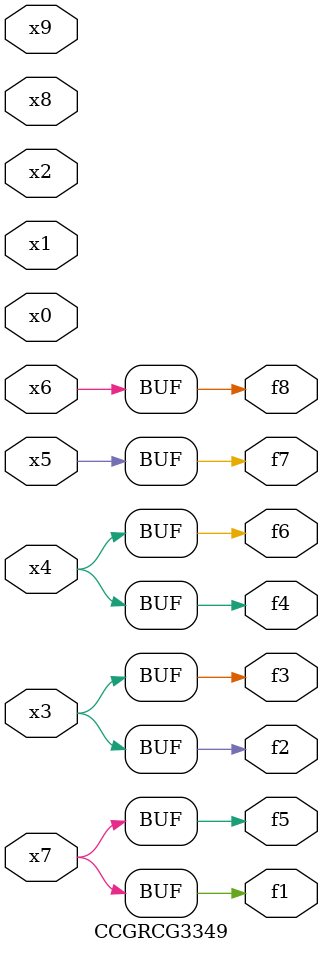
<source format=v>
module CCGRCG3349(
	input x0, x1, x2, x3, x4, x5, x6, x7, x8, x9,
	output f1, f2, f3, f4, f5, f6, f7, f8
);
	assign f1 = x7;
	assign f2 = x3;
	assign f3 = x3;
	assign f4 = x4;
	assign f5 = x7;
	assign f6 = x4;
	assign f7 = x5;
	assign f8 = x6;
endmodule

</source>
